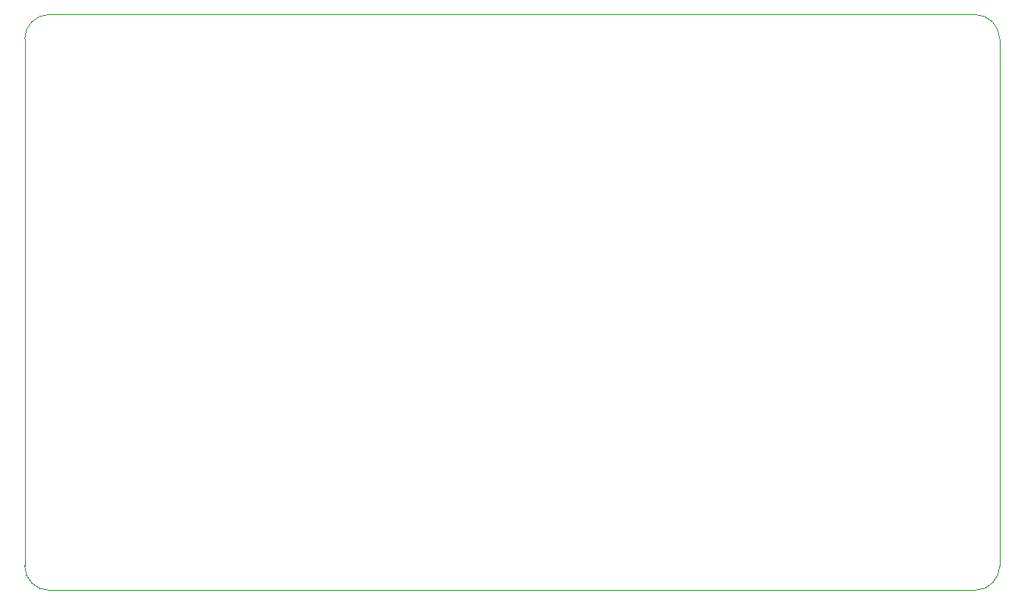
<source format=gbr>
%TF.GenerationSoftware,KiCad,Pcbnew,(5.1.6)-1*%
%TF.CreationDate,2020-07-05T00:12:07+01:00*%
%TF.ProjectId,tetris,74657472-6973-42e6-9b69-6361645f7063,rev?*%
%TF.SameCoordinates,PX26c1e00PY65bcec0*%
%TF.FileFunction,Profile,NP*%
%FSLAX46Y46*%
G04 Gerber Fmt 4.6, Leading zero omitted, Abs format (unit mm)*
G04 Created by KiCad (PCBNEW (5.1.6)-1) date 2020-07-05 00:12:07*
%MOMM*%
%LPD*%
G01*
G04 APERTURE LIST*
%TA.AperFunction,Profile*%
%ADD10C,0.050000*%
%TD*%
G04 APERTURE END LIST*
D10*
X2500000Y0D02*
G75*
G02*
X0Y2500000I0J2500000D01*
G01*
X99000000Y2500000D02*
G75*
G02*
X96500000Y0I-2500000J0D01*
G01*
X96500000Y58500000D02*
G75*
G02*
X99000000Y56000000I0J-2500000D01*
G01*
X0Y56000000D02*
G75*
G02*
X2500000Y58500000I2500000J0D01*
G01*
X0Y2500000D02*
X0Y56000000D01*
X96500000Y0D02*
X2500000Y0D01*
X99000000Y56000000D02*
X99000000Y2500000D01*
X2500000Y58500000D02*
X96500000Y58500000D01*
M02*

</source>
